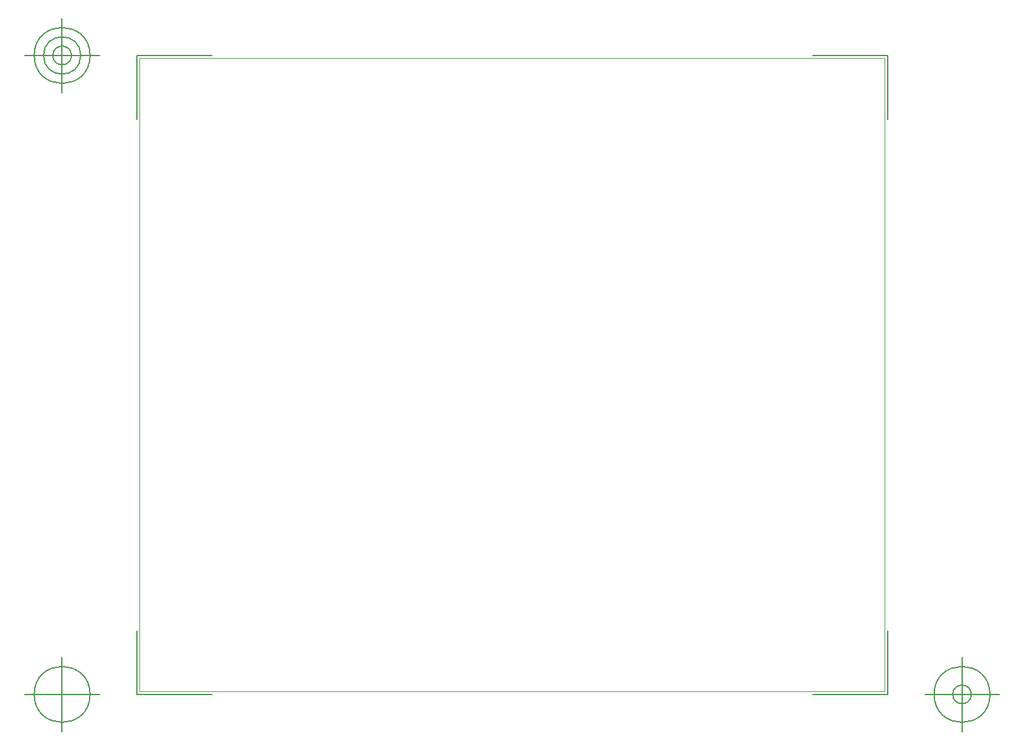
<source format=gbr>
G04 Generated by Ultiboard 13.0 *
%FSLAX24Y24*%
%MOIN*%

%ADD11C,0.0001*%
%ADD12C,0.0050*%


G04 ColorRGB 00FFFF for the following layer *
%LNBoard Outline*%
%LPD*%
G54D10*
G54D11*
X0Y0D02*
X39370Y0D01*
X39370Y33465D01*
X0Y33465D01*
X0Y0D01*
G54D12*
X-150Y-150D02*
X-150Y3226D01*
X-150Y-150D02*
X3817Y-150D01*
X39520Y-150D02*
X35553Y-150D01*
X39520Y-150D02*
X39520Y3226D01*
X39520Y33615D02*
X39520Y30238D01*
X39520Y33615D02*
X35553Y33615D01*
X-150Y33615D02*
X3817Y33615D01*
X-150Y33615D02*
X-150Y30238D01*
X-2119Y-150D02*
X-6056Y-150D01*
X-4087Y-2119D02*
X-4087Y1819D01*
X-5563Y-150D02*
G75*
D01*
G02X-5563Y-150I1476J0*
G01*
X41489Y-150D02*
X45426Y-150D01*
X43457Y-2119D02*
X43457Y1819D01*
X41981Y-150D02*
G75*
D01*
G02X41981Y-150I1476J0*
G01*
X42965Y-150D02*
G75*
D01*
G02X42965Y-150I492J0*
G01*
X-2119Y33615D02*
X-6056Y33615D01*
X-4087Y31646D02*
X-4087Y35583D01*
X-5563Y33615D02*
G75*
D01*
G02X-5563Y33615I1476J0*
G01*
X-5071Y33615D02*
G75*
D01*
G02X-5071Y33615I984J0*
G01*
X-4579Y33615D02*
G75*
D01*
G02X-4579Y33615I492J0*
G01*

M02*

</source>
